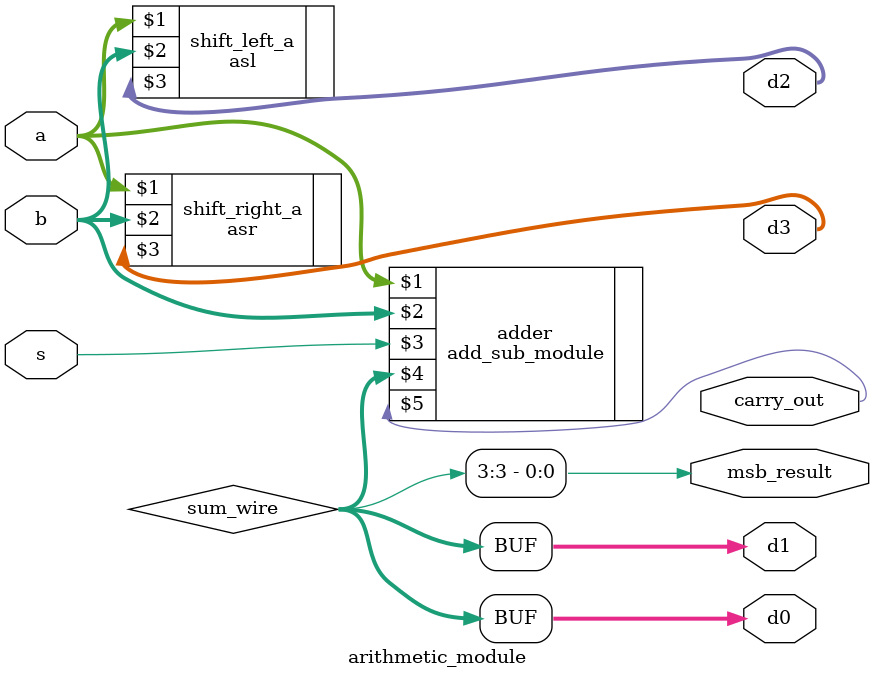
<source format=sv>
module arithmetic_module
	#(parameter N = 4)
	(input logic [N - 1 : 0] a, b, input s, output logic [N - 1 : 0] d0, d1, d2, d3, output carry_out, msb_result);
	
	logic [N - 1 : 0] sum_wire;
		
	add_sub_module #(N) adder(a, b, s, sum_wire, carry_out);		
	
	assign msb_result = sum_wire[N - 1];	
	assign d0 = sum_wire;
	assign d1 = sum_wire;
		
	asl #(N) shift_left_a (a, b, d2);
	asr #(N) shift_right_a (a, b, d3);
	
	
endmodule 
</source>
